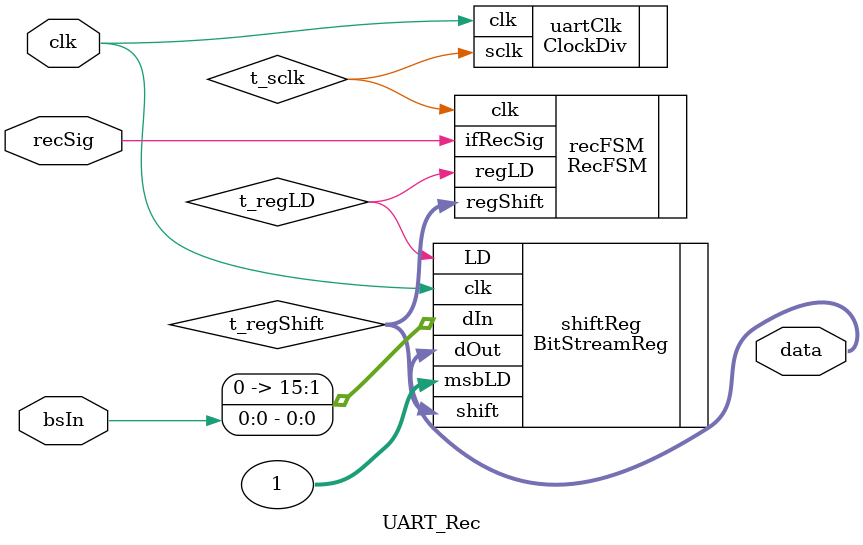
<source format=sv>
`timescale 1ns / 1ps

/* File: UART_Rec.sv
 * Init: 11/16/2018 08:50:37 PM
 * Author: Alex Goldstein
 * Description: Receives bitstream from a UART_Trans, assembles bs into a single register.
 *     1. recSig indicates that Trans is about to send
 *     2. Three sclk cycles later, receives the first bit of bs
 *        NOTE: RecFSM requires 3 cycles to begin accepting bits. Therefore, Trans must delay its bs sending by 3 cycles.
 */

// packetSize: # bits in bitstream
// cycleDiv: sclk = (1/100)clk
module UART_Rec #(parameter packetSize=16, cycleDiv=100)(
    input clk, bsIn, recSig,
    output [packetSize-1:0] data
    );

// Interconnects
logic t_sclk;
logic t_regLD;
logic [1:0] t_regShift;

// Modules
ClockDiv #(cycleDiv) uartClk(.clk(clk), .sclk(t_sclk));
RecFSM #(packetSize) recFSM(.clk(t_sclk), .ifRecSig(recSig), .regShift(t_regShift), .regLD(t_regLD) );
BitStreamReg #(packetSize, cycleDiv) shiftReg(.clk(clk), .dIn( { {packetSize-1{1'b0} }, bsIn}), .LD(t_regLD), .msbLD(1), .shift(t_regShift), .dOut(data));

endmodule

</source>
